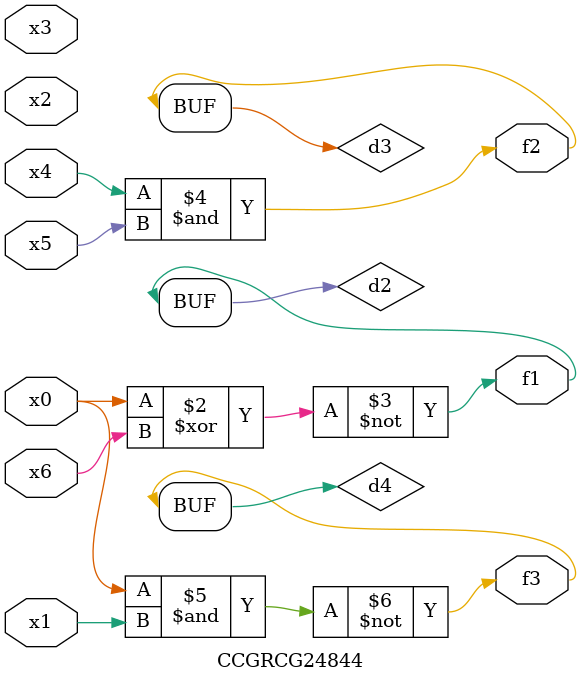
<source format=v>
module CCGRCG24844(
	input x0, x1, x2, x3, x4, x5, x6,
	output f1, f2, f3
);

	wire d1, d2, d3, d4;

	nor (d1, x0);
	xnor (d2, x0, x6);
	and (d3, x4, x5);
	nand (d4, x0, x1);
	assign f1 = d2;
	assign f2 = d3;
	assign f3 = d4;
endmodule

</source>
